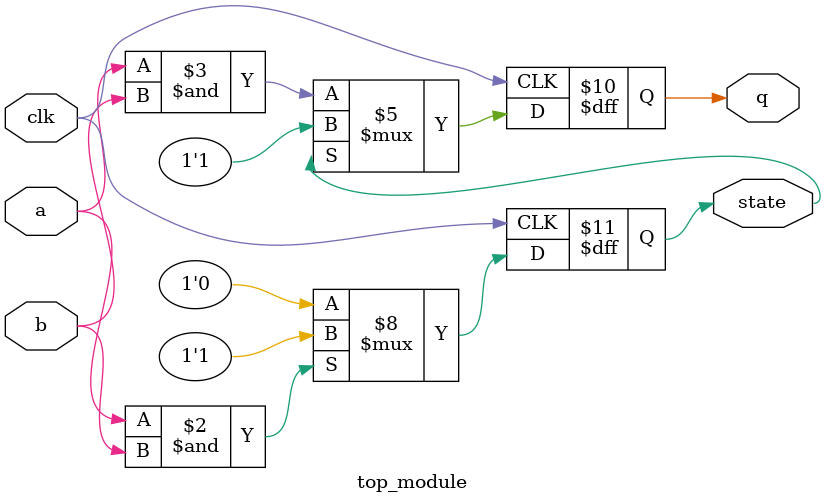
<source format=sv>
module top_module (
  input clk,
  input a,
  input b,
  output reg q,
  output reg state
);

always @(posedge clk) begin
  if(a & b)
    state <= 1'b1;
  else
    state <= 1'b0;
  
  if(state)
    q <= 1'b1;
  else
    q <= a & b;
end

endmodule

</source>
